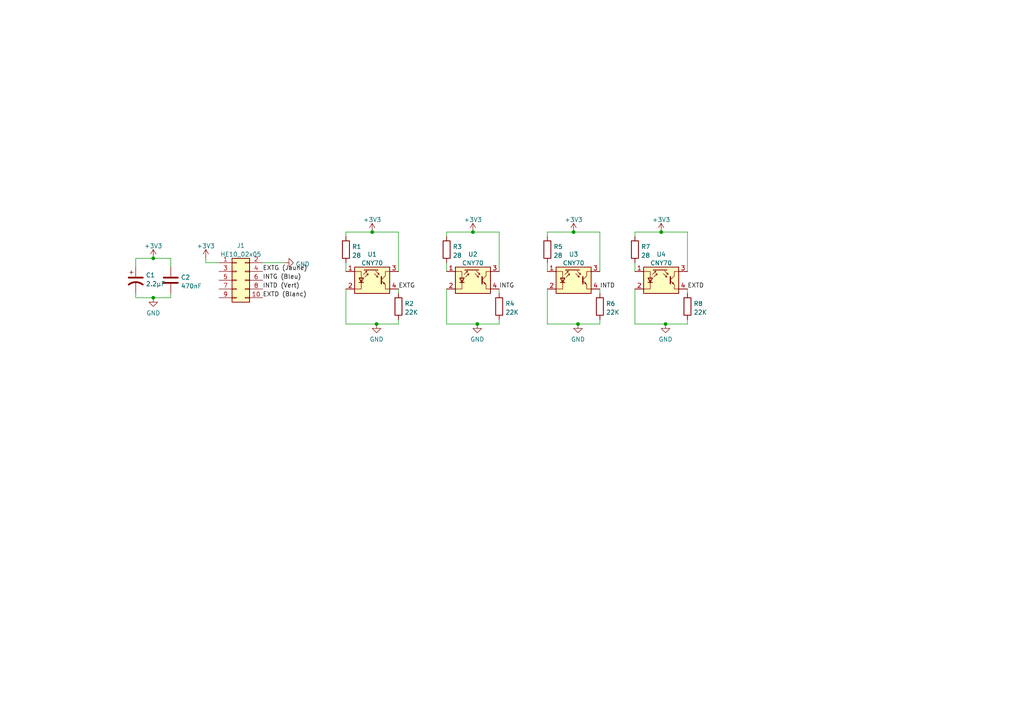
<source format=kicad_sch>
(kicad_sch (version 20231120) (generator "eeschema") (generator_version "8.0")
  (paper "A4")
  (lib_symbols
    (symbol "SymbGamelGe2:C" (pin_numbers hide) (pin_names (offset 0.254))
      (property "Reference" "C" (at 0.635 2.54 0))
      (property "Value" "C" (at 0.635 -2.54 0))
      (symbol "C_0_1"
        (polyline (pts (xy -2.032 -0.762) (xy 2.032 -0.762)) (stroke (width 0.508)))
        (polyline (pts (xy -2.032 0.762) (xy 2.032 0.762)) (stroke (width 0.508)))
      )
      (symbol "C_1_1"
        (pin passive line (at 0 3.81 270) (length 2.794) (name "~") (number "1"))
        (pin passive line (at 0 -3.81 90) (length 2.794) (name "~") (number "2"))
      )
    )
    (symbol "SymbGamelGe2:CNY70" (pin_names (offset 1.016) hide)
      (property "Reference" "U" (at -5.08 5.08 0))
      (property "Value" "CNY70" (at 5.08 5.08 0))
      (symbol "CNY70_0_1"
        (polyline (pts (xy -3.81 -0.635) (xy -2.54 -0.635)) (stroke (width 0.254)))
        (polyline (pts (xy -2.286 2.921) (xy -2.032 3.175)))
        (polyline (pts (xy -1.778 2.921) (xy -1.524 3.175)))
        (polyline (pts (xy -1.524 2.667) (xy -1.651 2.159)))
        (polyline (pts (xy -1.27 2.921) (xy -1.016 3.175)))
        (polyline (pts (xy -1.143 1.905) (xy -1.27 1.397)))
        (polyline (pts (xy -0.762 2.921) (xy -0.508 3.175)))
        (polyline (pts (xy -0.254 2.921) (xy 0 3.175)))
        (polyline (pts (xy 0.254 2.921) (xy 0.508 3.175)))
        (polyline (pts (xy 0.762 2.921) (xy 1.016 3.175)))
        (polyline (pts (xy 1.27 2.921) (xy 1.524 3.175)))
        (polyline (pts (xy 1.651 0.889) (xy 1.143 1.016)))
        (polyline (pts (xy 1.778 2.921) (xy -2.413 2.921)))
        (polyline (pts (xy 2.032 1.651) (xy 1.524 1.778)))
        (polyline (pts (xy 2.667 -0.127) (xy 3.81 -1.27)))
        (polyline (pts (xy 2.667 0.127) (xy 3.81 1.27)))
        (polyline (pts (xy -2.54 1.651) (xy -1.524 2.667) (xy -2.032 2.54)))
        (polyline (pts (xy -2.159 0.889) (xy -1.143 1.905) (xy -1.651 1.778)))
        (polyline (pts (xy 0.635 1.905) (xy 1.651 0.889) (xy 1.524 1.397)))
        (polyline (pts (xy 1.016 2.667) (xy 2.032 1.651) (xy 1.905 2.159)))
        (polyline (pts (xy 2.667 1.016) (xy 2.667 -1.016) (xy 2.667 -1.016)) (stroke (width 0.3556)))
        (polyline (pts (xy 3.81 -1.27) (xy 3.81 -2.54) (xy 5.08 -2.54)))
        (polyline (pts (xy 3.81 1.27) (xy 3.81 2.54) (xy 5.08 2.54)))
        (polyline (pts (xy -5.08 -2.54) (xy -3.175 -2.54) (xy -3.175 2.54) (xy -5.08 2.54)))
        (polyline (pts (xy -3.175 -0.635) (xy -3.81 0.635) (xy -2.54 0.635) (xy -3.175 -0.635)) (stroke (width 0.254)))
        (polyline (pts (xy 3.683 -1.143) (xy 3.429 -0.635) (xy 3.175 -0.889) (xy 3.683 -1.143)))
        (polyline (pts (xy -5.08 -3.81) (xy 5.08 -3.81) (xy 5.08 3.81) (xy -5.08 3.81) (xy -5.08 -3.81)) (stroke (width 0.254)) (fill (type background)))
      )
      (symbol "CNY70_1_1"
        (pin passive line (at -7.62 2.54 0) (length 2.54) (name "A") (number "1"))
        (pin passive line (at -7.62 -2.54 0) (length 2.54) (name "K") (number "2"))
        (pin open_collector line (at 7.62 2.54 180) (length 2.54) (name "C") (number "3"))
        (pin open_emitter line (at 7.62 -2.54 180) (length 2.54) (name "E") (number "4"))
      )
    )
    (symbol "SymbGamelGe2:Cp" (pin_numbers hide) (pin_names (offset 0.254) hide)
      (property "Reference" "C" (at 0.635 2.54 0))
      (property "Value" "Cp" (at 0.635 -2.54 0))
      (symbol "Cp_0_1"
        (polyline (pts (xy -2.032 0.762) (xy 2.032 0.762)) (stroke (width 0.508)))
        (polyline (pts (xy -1.778 2.286) (xy -0.762 2.286)))
        (polyline (pts (xy -1.27 1.778) (xy -1.27 2.794)))
        (arc (start 2.032 -1.27) (mid 0 -0.5572) (end -2.032 -1.27) (stroke (width 0.508)))
      )
      (symbol "Cp_1_1"
        (pin passive line (at 0 3.81 270) (length 2.794) (name "~") (number "1"))
        (pin passive line (at 0 -3.81 90) (length 3.302) (name "~") (number "2"))
      )
    )
    (symbol "SymbGamelGe2:HE10_02x05" (pin_names (offset 1.016) hide)
      (property "Reference" "J" (at 1.27 7.62 0))
      (property "Value" "HE10_02x05" (at 1.27 -7.62 0))
      (symbol "HE10_02x05_1_1"
        (rectangle (start -1.27 -4.953) (end 0 -5.207) (stroke (width 0.1524)))
        (rectangle (start -1.27 -2.413) (end 0 -2.667) (stroke (width 0.1524)))
        (rectangle (start -1.27 0.127) (end 0 -0.127) (stroke (width 0.1524)))
        (rectangle (start -1.27 2.667) (end 0 2.413) (stroke (width 0.1524)))
        (rectangle (start -1.27 5.207) (end 0 4.953) (stroke (width 0.1524)))
        (rectangle (start -1.27 6.35) (end 3.81 -6.35) (stroke (width 0.254)) (fill (type background)))
        (rectangle (start 3.81 -4.953) (end 2.54 -5.207) (stroke (width 0.1524)))
        (rectangle (start 3.81 -2.413) (end 2.54 -2.667) (stroke (width 0.1524)))
        (rectangle (start 3.81 0.127) (end 2.54 -0.127) (stroke (width 0.1524)))
        (rectangle (start 3.81 2.667) (end 2.54 2.413) (stroke (width 0.1524)))
        (rectangle (start 3.81 5.207) (end 2.54 4.953) (stroke (width 0.1524)))
        (pin passive line (at -5.08 5.08 0) (length 3.81) (name "Pin_1") (number "1"))
        (pin passive line (at 7.62 -5.08 180) (length 3.81) (name "Pin_10") (number "10"))
        (pin passive line (at 7.62 5.08 180) (length 3.81) (name "Pin_2") (number "2"))
        (pin passive line (at -5.08 2.54 0) (length 3.81) (name "Pin_3") (number "3"))
        (pin passive line (at 7.62 2.54 180) (length 3.81) (name "Pin_4") (number "4"))
        (pin passive line (at -5.08 0 0) (length 3.81) (name "Pin_5") (number "5"))
        (pin passive line (at 7.62 0 180) (length 3.81) (name "Pin_6") (number "6"))
        (pin passive line (at -5.08 -2.54 0) (length 3.81) (name "Pin_7") (number "7"))
        (pin passive line (at 7.62 -2.54 180) (length 3.81) (name "Pin_8") (number "8"))
        (pin passive line (at -5.08 -5.08 0) (length 3.81) (name "Pin_9") (number "9"))
      )
    )
    (symbol "SymbGamelGe2:R" (pin_numbers hide) (pin_names (offset 0))
      (property "Reference" "R" (at 2.032 0 90))
      (property "Value" "R" (at 0 0 90))
      (symbol "R_0_1"
        (rectangle (start -1.016 -2.54) (end 1.016 2.54) (stroke (width 0.254)))
      )
      (symbol "R_1_1"
        (pin passive line (at 0 3.81 270) (length 1.27) (name "~") (number "1"))
        (pin passive line (at 0 -3.81 90) (length 1.27) (name "~") (number "2"))
      )
    )
    (symbol "power:+3V3" (power) (pin_names (offset 0))
      (property "Value" "+3V3" (at 0 3.556 0))
      (symbol "+3V3_0_1"
        (polyline (pts (xy -0.762 1.27) (xy 0 2.54)))
        (polyline (pts (xy 0 0) (xy 0 2.54)))
        (polyline (pts (xy 0 2.54) (xy 0.762 1.27)))
      )
      (symbol "+3V3_1_1"
        (pin power_in line (at 0 0 90) (length 0) hide (name "+3V3") (number "1"))
      )
    )
    (symbol "power:GND" (power) (pin_names (offset 0))
      (property "Value" "GND" (at 0 -3.81 0))
      (symbol "GND_0_1"
        (polyline (pts (xy 0 0) (xy 0 -1.27) (xy 1.27 -1.27) (xy 0 -2.54) (xy -1.27 -1.27) (xy 0 -1.27)))
      )
      (symbol "GND_1_1"
        (pin power_in line (at 0 0 270) (length 0) hide (name "GND") (number "1"))
      )
    )
  )
  (junction (at 44.45 86.36))
  (junction (at 167.64 93.98))
  (junction (at 166.37 67.31))
  (junction (at 137.16 67.31))
  (junction (at 44.45 74.93))
  (junction (at 193.04 93.98))
  (junction (at 191.77 67.31))
  (junction (at 109.22 93.98))
  (junction (at 107.95 67.31))
  (junction (at 138.43 93.98))
  (wire (pts (xy 100.33 76.2) (xy 100.33 78.74)))
  (wire (pts (xy 115.57 67.31) (xy 107.95 67.31)))
  (wire (pts (xy 184.15 67.31) (xy 184.15 68.58)))
  (wire (pts (xy 129.54 93.98) (xy 138.43 93.98)))
  (wire (pts (xy 76.2 76.2) (xy 82.55 76.2)))
  (wire (pts (xy 138.43 93.98) (xy 144.78 93.98)))
  (wire (pts (xy 115.57 93.98) (xy 115.57 92.71)))
  (wire (pts (xy 129.54 76.2) (xy 129.54 78.74)))
  (wire (pts (xy 158.75 83.82) (xy 158.75 93.98)))
  (wire (pts (xy 173.99 93.98) (xy 173.99 92.71)))
  (wire (pts (xy 184.15 83.82) (xy 184.15 93.98)))
  (wire (pts (xy 129.54 83.82) (xy 129.54 93.98)))
  (wire (pts (xy 129.54 67.31) (xy 129.54 68.58)))
  (wire (pts (xy 137.16 67.31) (xy 129.54 67.31)))
  (wire (pts (xy 100.33 83.82) (xy 100.33 93.98)))
  (wire (pts (xy 107.95 67.31) (xy 100.33 67.31)))
  (wire (pts (xy 158.75 76.2) (xy 158.75 78.74)))
  (wire (pts (xy 166.37 67.31) (xy 158.75 67.31)))
  (wire (pts (xy 39.37 74.93) (xy 44.45 74.93)))
  (wire (pts (xy 184.15 76.2) (xy 184.15 78.74)))
  (wire (pts (xy 184.15 93.98) (xy 193.04 93.98)))
  (wire (pts (xy 39.37 86.36) (xy 44.45 86.36)))
  (wire (pts (xy 39.37 77.47) (xy 39.37 74.93)))
  (wire (pts (xy 167.64 93.98) (xy 173.99 93.98)))
  (wire (pts (xy 144.78 78.74) (xy 144.78 67.31)))
  (wire (pts (xy 115.57 78.74) (xy 115.57 67.31)))
  (wire (pts (xy 100.33 67.31) (xy 100.33 68.58)))
  (wire (pts (xy 63.5 76.2) (xy 59.69 76.2)))
  (wire (pts (xy 199.39 78.74) (xy 199.39 67.31)))
  (wire (pts (xy 59.69 76.2) (xy 59.69 74.93)))
  (wire (pts (xy 144.78 67.31) (xy 137.16 67.31)))
  (wire (pts (xy 199.39 93.98) (xy 199.39 92.71)))
  (wire (pts (xy 115.57 83.82) (xy 115.57 85.09)))
  (wire (pts (xy 193.04 93.98) (xy 199.39 93.98)))
  (wire (pts (xy 173.99 83.82) (xy 173.99 85.09)))
  (wire (pts (xy 44.45 74.93) (xy 49.53 74.93)))
  (wire (pts (xy 191.77 67.31) (xy 184.15 67.31)))
  (wire (pts (xy 109.22 93.98) (xy 115.57 93.98)))
  (wire (pts (xy 49.53 85.09) (xy 49.53 86.36)))
  (wire (pts (xy 173.99 78.74) (xy 173.99 67.31)))
  (wire (pts (xy 199.39 67.31) (xy 191.77 67.31)))
  (wire (pts (xy 100.33 93.98) (xy 109.22 93.98)))
  (wire (pts (xy 199.39 83.82) (xy 199.39 85.09)))
  (wire (pts (xy 44.45 86.36) (xy 49.53 86.36)))
  (wire (pts (xy 158.75 93.98) (xy 167.64 93.98)))
  (wire (pts (xy 49.53 74.93) (xy 49.53 77.47)))
  (wire (pts (xy 144.78 93.98) (xy 144.78 92.71)))
  (wire (pts (xy 173.99 67.31) (xy 166.37 67.31)))
  (wire (pts (xy 158.75 67.31) (xy 158.75 68.58)))
  (wire (pts (xy 144.78 83.82) (xy 144.78 85.09)))
  (wire (pts (xy 39.37 85.09) (xy 39.37 86.36)))
  (label "INTD" (at 173.99 83.82 0))
  (label "INTD (Vert)" (at 76.2 83.82 0))
  (label "EXTG (Jaune)" (at 76.2 78.74 0))
  (label "EXTD (Blanc)" (at 76.2 86.36 0))
  (label "EXTG" (at 115.57 83.82 0))
  (label "INTG" (at 144.78 83.82 0))
  (label "EXTD" (at 199.39 83.82 0))
  (label "INTG (Bleu)" (at 76.2 81.28 0))
  (symbol (lib_id "SymbGamelGe2:R") (at 173.99 88.9 0) (unit 1)
    (property "Reference" "R6" (at 175.768 88.0653 0) (effects (justify left)))
    (property "Value" "22K" (at 175.768 90.6022 0) (effects (justify left)))
    (property "Footprint" "FootprintGamelGe2:R_Axial_DIN0207_L6.3mm_D2.5mm_P10.16mm_Horizontal" (effects (hide yes)))
  )
  (symbol (lib_id "SymbGamelGe2:R") (at 158.75 72.39 0) (unit 1)
    (property "Reference" "R5" (at 160.528 71.5553 0) (effects (justify left)))
    (property "Value" "28" (at 160.528 74.0922 0) (effects (justify left)))
    (property "Footprint" "FootprintGamelGe2:R_Axial_DIN0207_L6.3mm_D2.5mm_P10.16mm_Horizontal" (effects (hide yes)))
  )
  (symbol (lib_id "SymbGamelGe2:R") (at 115.57 88.9 0) (unit 1)
    (property "Reference" "R2" (at 117.348 88.0653 0) (effects (justify left)))
    (property "Value" "22K" (at 117.348 90.6022 0) (effects (justify left)))
    (property "Footprint" "FootprintGamelGe2:R_Axial_DIN0207_L6.3mm_D2.5mm_P10.16mm_Horizontal" (effects (hide yes)))
  )
  (symbol (lib_id "SymbGamelGe2:CNY70") (at 166.37 81.28 0) (unit 1)
    (property "Reference" "U3" (at 166.37 73.7702 0))
    (property "Value" "CNY70" (at 166.37 76.3071 0))
    (property "Footprint" "FootprintGamelGe2:Vishay_CNY70" (effects (hide yes)))
    (property "Datasheet" "https://www.vishay.com/docs/83751/cny70.pdf" (effects (hide yes)))
  )
  (symbol (lib_id "SymbGamelGe2:R") (at 199.39 88.9 0) (unit 1)
    (property "Reference" "R8" (at 201.168 88.0653 0) (effects (justify left)))
    (property "Value" "22K" (at 201.168 90.6022 0) (effects (justify left)))
    (property "Footprint" "FootprintGamelGe2:R_Axial_DIN0207_L6.3mm_D2.5mm_P10.16mm_Horizontal" (effects (hide yes)))
  )
  (symbol (lib_id "power:GND") (at 109.22 93.98 0) (unit 1)
    (property "Reference" "#PWR0110" (effects (hide yes)))
    (property "Value" "GND" (at 109.22 98.4234 0))
  )
  (symbol (lib_id "SymbGamelGe2:Cp") (at 39.37 81.28 0) (unit 1)
    (property "Reference" "C1" (at 42.291 79.8103 0) (effects (justify left)))
    (property "Value" "2.2µF" (at 42.291 82.3472 0) (effects (justify left)))
    (property "Footprint" "FootprintGamelGe2:CP_Radial_D5.0mm_P2.50mm" (effects (hide yes)))
  )
  (symbol (lib_id "SymbGamelGe2:CNY70") (at 137.16 81.28 0) (unit 1)
    (property "Reference" "U2" (at 137.16 73.7702 0))
    (property "Value" "CNY70" (at 137.16 76.3071 0))
    (property "Footprint" "FootprintGamelGe2:Vishay_CNY70" (effects (hide yes)))
    (property "Datasheet" "https://www.vishay.com/docs/83751/cny70.pdf" (effects (hide yes)))
  )
  (symbol (lib_id "power:GND") (at 44.45 86.36 0) (unit 1)
    (property "Reference" "#PWR0105" (effects (hide yes)))
    (property "Value" "GND" (at 44.45 90.8034 0))
  )
  (symbol (lib_id "SymbGamelGe2:HE10_02x05") (at 68.58 81.28 0) (unit 1)
    (property "Reference" "J1" (at 69.85 71.2302 0))
    (property "Value" "HE10_02x05" (at 69.85 73.7671 0))
    (property "Footprint" "FootprintGamelGe2:HE10_2x05_P2.54mm" (effects (hide yes)))
  )
  (symbol (lib_id "power:+3V3") (at 191.77 67.31 0) (unit 1)
    (property "Reference" "#PWR0103" (effects (hide yes)))
    (property "Value" "+3V3" (at 191.77 63.7342 0))
  )
  (symbol (lib_id "power:+3V3") (at 44.45 74.93 0) (unit 1)
    (property "Reference" "#PWR0106" (effects (hide yes)))
    (property "Value" "+3V3" (at 44.45 71.3542 0))
  )
  (symbol (lib_id "power:GND") (at 193.04 93.98 0) (unit 1)
    (property "Reference" "#PWR0102" (effects (hide yes)))
    (property "Value" "GND" (at 193.04 98.4234 0))
  )
  (symbol (lib_id "power:GND") (at 167.64 93.98 0) (unit 1)
    (property "Reference" "#PWR0101" (effects (hide yes)))
    (property "Value" "GND" (at 167.64 98.4234 0))
  )
  (symbol (lib_id "SymbGamelGe2:R") (at 184.15 72.39 0) (unit 1)
    (property "Reference" "R7" (at 185.928 71.5553 0) (effects (justify left)))
    (property "Value" "28" (at 185.928 74.0922 0) (effects (justify left)))
    (property "Footprint" "FootprintGamelGe2:R_Axial_DIN0207_L6.3mm_D2.5mm_P10.16mm_Horizontal" (effects (hide yes)))
  )
  (symbol (lib_id "power:+3V3") (at 137.16 67.31 0) (unit 1)
    (property "Reference" "#PWR0111" (effects (hide yes)))
    (property "Value" "+3V3" (at 137.16 63.7342 0))
  )
  (symbol (lib_id "power:GND") (at 138.43 93.98 0) (unit 1)
    (property "Reference" "#PWR0112" (effects (hide yes)))
    (property "Value" "GND" (at 138.43 98.4234 0))
  )
  (symbol (lib_id "SymbGamelGe2:CNY70") (at 191.77 81.28 0) (unit 1)
    (property "Reference" "U4" (at 191.77 73.7702 0))
    (property "Value" "CNY70" (at 191.77 76.3071 0))
    (property "Footprint" "FootprintGamelGe2:Vishay_CNY70" (effects (hide yes)))
    (property "Datasheet" "https://www.vishay.com/docs/83751/cny70.pdf" (effects (hide yes)))
  )
  (symbol (lib_id "SymbGamelGe2:C") (at 49.53 81.28 0) (unit 1)
    (property "Reference" "C2" (at 52.451 80.4453 0) (effects (justify left)))
    (property "Value" "470nF" (at 52.451 82.9822 0) (effects (justify left)))
    (property "Footprint" "FootprintGamelGe2:C_Rect_L7.0mm_W2.5mm_P5.00mm" (effects (hide yes)))
  )
  (symbol (lib_id "SymbGamelGe2:R") (at 129.54 72.39 0) (unit 1)
    (property "Reference" "R3" (at 131.318 71.5553 0) (effects (justify left)))
    (property "Value" "28" (at 131.318 74.0922 0) (effects (justify left)))
    (property "Footprint" "FootprintGamelGe2:R_Axial_DIN0207_L6.3mm_D2.5mm_P10.16mm_Horizontal" (effects (hide yes)))
  )
  (symbol (lib_id "power:+3V3") (at 107.95 67.31 0) (unit 1)
    (property "Reference" "#PWR0107" (effects (hide yes)))
    (property "Value" "+3V3" (at 107.95 63.7342 0))
  )
  (symbol (lib_id "power:+3V3") (at 166.37 67.31 0) (unit 1)
    (property "Reference" "#PWR0104" (effects (hide yes)))
    (property "Value" "+3V3" (at 166.37 63.7342 0))
  )
  (symbol (lib_id "power:GND") (at 82.55 76.2 90) (unit 1)
    (property "Reference" "#PWR0109" (effects (hide yes)))
    (property "Value" "GND" (at 85.725 76.6338 90) (effects (justify right)))
  )
  (symbol (lib_id "power:+3V3") (at 59.69 74.93 0) (unit 1)
    (property "Reference" "#PWR0108" (effects (hide yes)))
    (property "Value" "+3V3" (at 59.69 71.3542 0))
  )
  (symbol (lib_id "SymbGamelGe2:R") (at 144.78 88.9 0) (unit 1)
    (property "Reference" "R4" (at 146.558 88.0653 0) (effects (justify left)))
    (property "Value" "22K" (at 146.558 90.6022 0) (effects (justify left)))
    (property "Footprint" "FootprintGamelGe2:R_Axial_DIN0207_L6.3mm_D2.5mm_P10.16mm_Horizontal" (effects (hide yes)))
  )
  (symbol (lib_id "SymbGamelGe2:CNY70") (at 107.95 81.28 0) (unit 1)
    (property "Reference" "U1" (at 107.95 73.7702 0))
    (property "Value" "CNY70" (at 107.95 76.3071 0))
    (property "Footprint" "FootprintGamelGe2:Vishay_CNY70" (effects (hide yes)))
    (property "Datasheet" "https://www.vishay.com/docs/83751/cny70.pdf" (effects (hide yes)))
  )
  (symbol (lib_id "SymbGamelGe2:R") (at 100.33 72.39 0) (unit 1)
    (property "Reference" "R1" (at 102.108 71.5553 0) (effects (justify left)))
    (property "Value" "28" (at 102.108 74.0922 0) (effects (justify left)))
    (property "Footprint" "FootprintGamelGe2:R_Axial_DIN0207_L6.3mm_D2.5mm_P10.16mm_Horizontal" (effects (hide yes)))
  )
)
</source>
